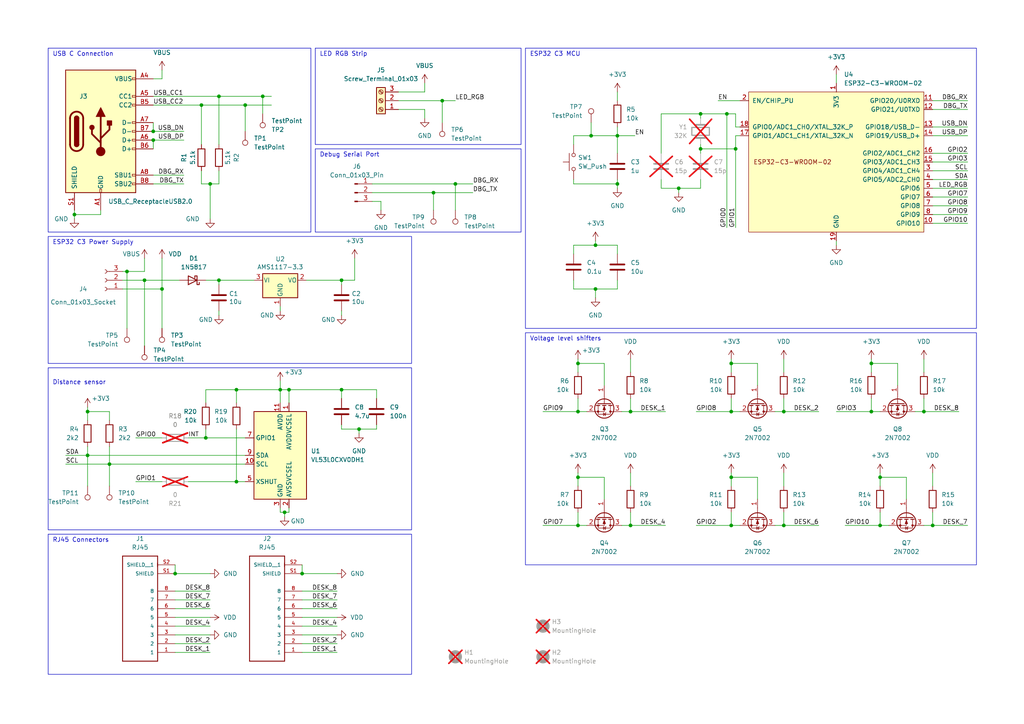
<source format=kicad_sch>
(kicad_sch (version 20231120) (generator "eeschema") (generator_version "8.0")
  (paper "A4")
  (title_block (title "(Risky) Upsy Desky") (date "2023-12-25") (rev "2") (company "Petr Hodina"))
  (junction (at 125.73 55.88))
  (junction (at 212.09 105.41))
  (junction (at 213.36 43.18))
  (junction (at 182.88 119.38))
  (junction (at 167.64 105.41))
  (junction (at 227.33 119.38))
  (junction (at 252.73 119.38))
  (junction (at 76.2 27.94))
  (junction (at 270.51 152.4))
  (junction (at 81.28 113.03))
  (junction (at 82.55 148.59))
  (junction (at 179.07 53.34))
  (junction (at 50.8 166.37))
  (junction (at 212.09 138.43))
  (junction (at 167.64 119.38))
  (junction (at 71.12 30.48))
  (junction (at 59.69 127))
  (junction (at 267.97 119.38))
  (junction (at 212.09 152.4))
  (junction (at 21.59 62.23))
  (junction (at 128.27 29.21))
  (junction (at 167.64 152.4))
  (junction (at 203.2 33.02))
  (junction (at 171.45 39.37))
  (junction (at 87.63 166.37))
  (junction (at 172.72 83.82))
  (junction (at 44.45 38.1))
  (junction (at 255.27 152.4))
  (junction (at 63.5 27.94))
  (junction (at 167.64 138.43))
  (junction (at 83.82 113.03))
  (junction (at 182.88 152.4))
  (junction (at 41.91 81.28))
  (junction (at 31.75 134.62))
  (junction (at 210.82 33.02))
  (junction (at 58.42 30.48))
  (junction (at 60.96 53.34))
  (junction (at 203.2 43.18))
  (junction (at 212.09 119.38))
  (junction (at 44.45 40.64))
  (junction (at 68.58 139.7))
  (junction (at 63.5 81.28))
  (junction (at 36.83 78.74))
  (junction (at 25.4 119.38))
  (junction (at 227.33 152.4))
  (junction (at 99.06 113.03))
  (junction (at 172.72 71.12))
  (junction (at 132.08 53.34))
  (junction (at 179.07 39.37))
  (junction (at 252.73 105.41))
  (junction (at 104.14 124.46))
  (junction (at 196.85 54.61))
  (junction (at 25.4 132.08))
  (junction (at 68.58 113.03))
  (junction (at 99.06 81.28))
  (junction (at 46.99 83.82))
  (junction (at 255.27 138.43))
  (wire (pts (xy 179.07 71.12) (xy 179.07 73.66)))
  (wire (pts (xy 270.51 152.4) (xy 280.67 152.4)))
  (wire (pts (xy 50.8 176.53) (xy 60.96 176.53)))
  (wire (pts (xy 76.2 27.94) (xy 76.2 33.02)))
  (wire (pts (xy 21.59 62.23) (xy 29.21 62.23)))
  (wire (pts (xy 182.88 152.4) (xy 193.04 152.4)))
  (wire (pts (xy 182.88 148.59) (xy 182.88 152.4)))
  (wire (pts (xy 179.07 83.82) (xy 172.72 83.82)))
  (wire (pts (xy 179.07 36.83) (xy 179.07 39.37)))
  (wire (pts (xy 213.36 43.18) (xy 213.36 66.04)))
  (wire (pts (xy 171.45 35.56) (xy 171.45 39.37)))
  (wire (pts (xy 115.57 31.75) (xy 123.19 31.75)))
  (wire (pts (xy 242.57 119.38) (xy 252.73 119.38)))
  (wire (pts (xy 212.09 115.57) (xy 212.09 119.38)))
  (wire (pts (xy 25.4 119.38) (xy 25.4 121.92)))
  (wire (pts (xy 128.27 29.21) (xy 128.27 35.56)))
  (wire (pts (xy 255.27 152.4) (xy 257.81 152.4)))
  (wire (pts (xy 252.73 105.41) (xy 260.35 105.41)))
  (wire (pts (xy 224.79 119.38) (xy 227.33 119.38)))
  (wire (pts (xy 260.35 105.41) (xy 260.35 111.76)))
  (wire (pts (xy 255.27 137.16) (xy 255.27 138.43)))
  (wire (pts (xy 213.36 36.83) (xy 213.36 33.02)))
  (wire (pts (xy 46.99 20.32) (xy 46.99 22.86)))
  (wire (pts (xy 172.72 71.12) (xy 166.37 71.12)))
  (wire (pts (xy 157.48 152.4) (xy 167.64 152.4)))
  (wire (pts (xy 227.33 104.14) (xy 227.33 107.95)))
  (wire (pts (xy 179.07 26.67) (xy 179.07 29.21)))
  (wire (pts (xy 44.45 30.48) (xy 58.42 30.48)))
  (wire (pts (xy 59.69 127) (xy 71.12 127)))
  (wire (pts (xy 270.51 54.61) (xy 280.67 54.61)))
  (wire (pts (xy 167.64 104.14) (xy 167.64 105.41)))
  (wire (pts (xy 50.8 163.83) (xy 50.8 166.37)))
  (wire (pts (xy 123.19 24.13) (xy 123.19 26.67)))
  (wire (pts (xy 172.72 83.82) (xy 172.72 86.36)))
  (wire (pts (xy 63.5 27.94) (xy 63.5 41.91)))
  (wire (pts (xy 252.73 119.38) (xy 255.27 119.38)))
  (wire (pts (xy 203.2 33.02) (xy 203.2 34.29)))
  (wire (pts (xy 99.06 81.28) (xy 102.87 81.28)))
  (wire (pts (xy 25.4 132.08) (xy 25.4 140.97)))
  (wire (pts (xy 270.51 44.45) (xy 280.67 44.45)))
  (wire (pts (xy 132.08 53.34) (xy 132.08 60.96)))
  (wire (pts (xy 46.99 74.93) (xy 46.99 83.82)))
  (wire (pts (xy 87.63 179.07) (xy 97.79 179.07)))
  (wire (pts (xy 71.12 30.48) (xy 71.12 38.1)))
  (wire (pts (xy 167.64 138.43) (xy 175.26 138.43)))
  (wire (pts (xy 115.57 29.21) (xy 128.27 29.21)))
  (wire (pts (xy 175.26 105.41) (xy 175.26 111.76)))
  (wire (pts (xy 255.27 138.43) (xy 262.89 138.43)))
  (wire (pts (xy 19.05 132.08) (xy 25.4 132.08)))
  (wire (pts (xy 71.12 30.48) (xy 78.74 30.48)))
  (wire (pts (xy 262.89 138.43) (xy 262.89 144.78)))
  (wire (pts (xy 252.73 104.14) (xy 252.73 105.41)))
  (wire (pts (xy 179.07 52.07) (xy 179.07 53.34)))
  (wire (pts (xy 227.33 119.38) (xy 237.49 119.38)))
  (wire (pts (xy 81.28 116.84) (xy 81.28 113.03)))
  (wire (pts (xy 270.51 29.21) (xy 280.67 29.21)))
  (wire (pts (xy 179.07 53.34) (xy 166.37 53.34)))
  (wire (pts (xy 81.28 110.49) (xy 81.28 113.03)))
  (wire (pts (xy 99.06 113.03) (xy 109.22 113.03)))
  (wire (pts (xy 35.56 81.28) (xy 41.91 81.28)))
  (wire (pts (xy 167.64 138.43) (xy 167.64 140.97)))
  (wire (pts (xy 212.09 138.43) (xy 219.71 138.43)))
  (wire (pts (xy 31.75 134.62) (xy 31.75 140.97)))
  (wire (pts (xy 128.27 29.21) (xy 132.08 29.21)))
  (wire (pts (xy 270.51 64.77) (xy 280.67 64.77)))
  (wire (pts (xy 99.06 82.55) (xy 99.06 81.28)))
  (wire (pts (xy 196.85 54.61) (xy 196.85 55.88)))
  (wire (pts (xy 63.5 90.17) (xy 63.5 91.44)))
  (wire (pts (xy 50.8 184.15) (xy 60.96 184.15)))
  (wire (pts (xy 203.2 52.07) (xy 203.2 54.61)))
  (wire (pts (xy 180.34 119.38) (xy 182.88 119.38)))
  (wire (pts (xy 203.2 43.18) (xy 213.36 43.18)))
  (wire (pts (xy 50.8 186.69) (xy 60.96 186.69)))
  (wire (pts (xy 25.4 132.08) (xy 71.12 132.08)))
  (wire (pts (xy 63.5 27.94) (xy 76.2 27.94)))
  (wire (pts (xy 224.79 152.4) (xy 227.33 152.4)))
  (wire (pts (xy 88.9 81.28) (xy 99.06 81.28)))
  (wire (pts (xy 270.51 137.16) (xy 270.51 140.97)))
  (wire (pts (xy 123.19 31.75) (xy 123.19 34.29)))
  (wire (pts (xy 83.82 113.03) (xy 99.06 113.03)))
  (wire (pts (xy 182.88 137.16) (xy 182.88 140.97)))
  (wire (pts (xy 203.2 41.91) (xy 203.2 43.18)))
  (wire (pts (xy 182.88 115.57) (xy 182.88 119.38)))
  (wire (pts (xy 167.64 152.4) (xy 170.18 152.4)))
  (wire (pts (xy 35.56 83.82) (xy 46.99 83.82)))
  (wire (pts (xy 270.51 49.53) (xy 280.67 49.53)))
  (wire (pts (xy 270.51 57.15) (xy 280.67 57.15)))
  (wire (pts (xy 167.64 105.41) (xy 167.64 107.95)))
  (wire (pts (xy 44.45 53.34) (xy 53.34 53.34)))
  (wire (pts (xy 242.57 21.59) (xy 242.57 24.13)))
  (wire (pts (xy 166.37 83.82) (xy 166.37 81.28)))
  (wire (pts (xy 50.8 181.61) (xy 60.96 181.61)))
  (wire (pts (xy 54.61 127) (xy 59.69 127)))
  (wire (pts (xy 267.97 119.38) (xy 278.13 119.38)))
  (wire (pts (xy 179.07 39.37) (xy 179.07 44.45)))
  (wire (pts (xy 39.37 127) (xy 46.99 127)))
  (wire (pts (xy 21.59 62.23) (xy 21.59 63.5)))
  (wire (pts (xy 58.42 30.48) (xy 71.12 30.48)))
  (wire (pts (xy 172.72 71.12) (xy 179.07 71.12)))
  (wire (pts (xy 59.69 113.03) (xy 68.58 113.03)))
  (wire (pts (xy 36.83 78.74) (xy 36.83 95.25)))
  (wire (pts (xy 46.99 83.82) (xy 46.99 95.25)))
  (wire (pts (xy 81.28 148.59) (xy 82.55 148.59)))
  (wire (pts (xy 166.37 53.34) (xy 166.37 52.07)))
  (wire (pts (xy 87.63 189.23) (xy 97.79 189.23)))
  (wire (pts (xy 267.97 104.14) (xy 267.97 107.95)))
  (wire (pts (xy 44.45 35.56) (xy 44.45 38.1)))
  (wire (pts (xy 214.63 36.83) (xy 213.36 36.83)))
  (wire (pts (xy 81.28 113.03) (xy 83.82 113.03)))
  (wire (pts (xy 203.2 33.02) (xy 191.77 33.02)))
  (wire (pts (xy 212.09 152.4) (xy 214.63 152.4)))
  (wire (pts (xy 245.11 152.4) (xy 255.27 152.4)))
  (wire (pts (xy 82.55 148.59) (xy 83.82 148.59)))
  (wire (pts (xy 182.88 119.38) (xy 193.04 119.38)))
  (wire (pts (xy 252.73 105.41) (xy 252.73 107.95)))
  (wire (pts (xy 99.06 113.03) (xy 99.06 115.57)))
  (wire (pts (xy 25.4 129.54) (xy 25.4 132.08)))
  (wire (pts (xy 58.42 53.34) (xy 60.96 53.34)))
  (wire (pts (xy 166.37 41.91) (xy 166.37 39.37)))
  (wire (pts (xy 19.05 134.62) (xy 31.75 134.62)))
  (wire (pts (xy 201.93 152.4) (xy 212.09 152.4)))
  (wire (pts (xy 87.63 173.99) (xy 97.79 173.99)))
  (wire (pts (xy 166.37 39.37) (xy 171.45 39.37)))
  (wire (pts (xy 270.51 39.37) (xy 280.67 39.37)))
  (wire (pts (xy 203.2 43.18) (xy 203.2 44.45)))
  (wire (pts (xy 182.88 104.14) (xy 182.88 107.95)))
  (wire (pts (xy 172.72 69.85) (xy 172.72 71.12)))
  (wire (pts (xy 31.75 129.54) (xy 31.75 134.62)))
  (wire (pts (xy 44.45 22.86) (xy 46.99 22.86)))
  (wire (pts (xy 107.95 53.34) (xy 132.08 53.34)))
  (wire (pts (xy 50.8 173.99) (xy 60.96 173.99)))
  (wire (pts (xy 99.06 90.17) (xy 99.06 91.44)))
  (wire (pts (xy 50.8 179.07) (xy 60.96 179.07)))
  (wire (pts (xy 25.4 119.38) (xy 31.75 119.38)))
  (wire (pts (xy 25.4 118.11) (xy 25.4 119.38)))
  (wire (pts (xy 252.73 115.57) (xy 252.73 119.38)))
  (wire (pts (xy 31.75 134.62) (xy 71.12 134.62)))
  (wire (pts (xy 110.49 58.42) (xy 110.49 60.96)))
  (wire (pts (xy 125.73 55.88) (xy 125.73 60.96)))
  (wire (pts (xy 270.51 148.59) (xy 270.51 152.4)))
  (wire (pts (xy 29.21 60.96) (xy 29.21 62.23)))
  (wire (pts (xy 104.14 124.46) (xy 109.22 124.46)))
  (wire (pts (xy 36.83 78.74) (xy 41.91 78.74)))
  (wire (pts (xy 63.5 49.53) (xy 63.5 53.34)))
  (wire (pts (xy 125.73 55.88) (xy 137.16 55.88)))
  (wire (pts (xy 203.2 33.02) (xy 210.82 33.02)))
  (wire (pts (xy 59.69 81.28) (xy 63.5 81.28)))
  (wire (pts (xy 167.64 148.59) (xy 167.64 152.4)))
  (wire (pts (xy 87.63 166.37) (xy 97.79 166.37)))
  (wire (pts (xy 41.91 81.28) (xy 41.91 100.33)))
  (wire (pts (xy 44.45 40.64) (xy 53.34 40.64)))
  (wire (pts (xy 109.22 113.03) (xy 109.22 115.57)))
  (wire (pts (xy 54.61 139.7) (xy 68.58 139.7)))
  (wire (pts (xy 212.09 137.16) (xy 212.09 138.43)))
  (wire (pts (xy 227.33 115.57) (xy 227.33 119.38)))
  (wire (pts (xy 81.28 147.32) (xy 81.28 148.59)))
  (wire (pts (xy 212.09 119.38) (xy 214.63 119.38)))
  (wire (pts (xy 50.8 166.37) (xy 60.96 166.37)))
  (wire (pts (xy 44.45 50.8) (xy 53.34 50.8)))
  (wire (pts (xy 83.82 147.32) (xy 83.82 148.59)))
  (wire (pts (xy 210.82 33.02) (xy 210.82 66.04)))
  (wire (pts (xy 21.59 60.96) (xy 21.59 62.23)))
  (wire (pts (xy 41.91 74.93) (xy 41.91 78.74)))
  (wire (pts (xy 212.09 138.43) (xy 212.09 140.97)))
  (wire (pts (xy 212.09 148.59) (xy 212.09 152.4)))
  (wire (pts (xy 191.77 52.07) (xy 191.77 54.61)))
  (wire (pts (xy 68.58 124.46) (xy 68.58 139.7)))
  (wire (pts (xy 166.37 71.12) (xy 166.37 73.66)))
  (wire (pts (xy 87.63 171.45) (xy 97.79 171.45)))
  (wire (pts (xy 179.07 53.34) (xy 179.07 54.61)))
  (wire (pts (xy 109.22 124.46) (xy 109.22 123.19)))
  (wire (pts (xy 227.33 137.16) (xy 227.33 140.97)))
  (wire (pts (xy 87.63 181.61) (xy 97.79 181.61)))
  (wire (pts (xy 227.33 148.59) (xy 227.33 152.4)))
  (wire (pts (xy 167.64 137.16) (xy 167.64 138.43)))
  (wire (pts (xy 59.69 116.84) (xy 59.69 113.03)))
  (wire (pts (xy 270.51 31.75) (xy 280.67 31.75)))
  (wire (pts (xy 99.06 123.19) (xy 99.06 124.46)))
  (wire (pts (xy 213.36 43.18) (xy 213.36 39.37)))
  (wire (pts (xy 41.91 81.28) (xy 52.07 81.28)))
  (wire (pts (xy 179.07 39.37) (xy 184.15 39.37)))
  (wire (pts (xy 115.57 26.67) (xy 123.19 26.67)))
  (wire (pts (xy 157.48 119.38) (xy 167.64 119.38)))
  (wire (pts (xy 212.09 105.41) (xy 212.09 107.95)))
  (wire (pts (xy 60.96 53.34) (xy 63.5 53.34)))
  (wire (pts (xy 201.93 119.38) (xy 212.09 119.38)))
  (wire (pts (xy 213.36 39.37) (xy 214.63 39.37)))
  (wire (pts (xy 219.71 105.41) (xy 219.71 111.76)))
  (wire (pts (xy 265.43 119.38) (xy 267.97 119.38)))
  (wire (pts (xy 270.51 36.83) (xy 280.67 36.83)))
  (wire (pts (xy 50.8 171.45) (xy 60.96 171.45)))
  (wire (pts (xy 71.12 139.7) (xy 68.58 139.7)))
  (wire (pts (xy 270.51 52.07) (xy 280.67 52.07)))
  (wire (pts (xy 219.71 138.43) (xy 219.71 144.78)))
  (wire (pts (xy 104.14 124.46) (xy 104.14 125.73)))
  (wire (pts (xy 255.27 148.59) (xy 255.27 152.4)))
  (wire (pts (xy 191.77 54.61) (xy 196.85 54.61)))
  (wire (pts (xy 167.64 105.41) (xy 175.26 105.41)))
  (wire (pts (xy 87.63 186.69) (xy 97.79 186.69)))
  (wire (pts (xy 267.97 152.4) (xy 270.51 152.4)))
  (wire (pts (xy 175.26 138.43) (xy 175.26 144.78)))
  (wire (pts (xy 212.09 104.14) (xy 212.09 105.41)))
  (wire (pts (xy 107.95 55.88) (xy 125.73 55.88)))
  (wire (pts (xy 99.06 124.46) (xy 104.14 124.46)))
  (wire (pts (xy 58.42 41.91) (xy 58.42 30.48)))
  (wire (pts (xy 73.66 81.28) (xy 63.5 81.28)))
  (wire (pts (xy 270.51 46.99) (xy 280.67 46.99)))
  (wire (pts (xy 87.63 176.53) (xy 97.79 176.53)))
  (wire (pts (xy 191.77 33.02) (xy 191.77 44.45)))
  (wire (pts (xy 68.58 113.03) (xy 68.58 116.84)))
  (wire (pts (xy 132.08 53.34) (xy 137.16 53.34)))
  (wire (pts (xy 180.34 152.4) (xy 182.88 152.4)))
  (wire (pts (xy 35.56 78.74) (xy 36.83 78.74)))
  (wire (pts (xy 270.51 59.69) (xy 280.67 59.69)))
  (wire (pts (xy 242.57 69.85) (xy 242.57 71.12)))
  (wire (pts (xy 82.55 148.59) (xy 82.55 149.86)))
  (wire (pts (xy 167.64 115.57) (xy 167.64 119.38)))
  (wire (pts (xy 60.96 53.34) (xy 60.96 63.5)))
  (wire (pts (xy 59.69 124.46) (xy 59.69 127)))
  (wire (pts (xy 87.63 163.83) (xy 87.63 166.37)))
  (wire (pts (xy 39.37 139.7) (xy 46.99 139.7)))
  (wire (pts (xy 44.45 27.94) (xy 63.5 27.94)))
  (wire (pts (xy 58.42 49.53) (xy 58.42 53.34)))
  (wire (pts (xy 167.64 119.38) (xy 170.18 119.38)))
  (wire (pts (xy 44.45 40.64) (xy 44.45 43.18)))
  (wire (pts (xy 255.27 138.43) (xy 255.27 140.97)))
  (wire (pts (xy 172.72 83.82) (xy 166.37 83.82)))
  (wire (pts (xy 107.95 58.42) (xy 110.49 58.42)))
  (wire (pts (xy 208.28 29.21) (xy 214.63 29.21)))
  (wire (pts (xy 68.58 113.03) (xy 81.28 113.03)))
  (wire (pts (xy 179.07 81.28) (xy 179.07 83.82)))
  (wire (pts (xy 81.28 88.9) (xy 81.28 90.17)))
  (wire (pts (xy 44.45 38.1) (xy 53.34 38.1)))
  (wire (pts (xy 76.2 27.94) (xy 78.74 27.94)))
  (wire (pts (xy 212.09 105.41) (xy 219.71 105.41)))
  (wire (pts (xy 227.33 152.4) (xy 237.49 152.4)))
  (wire (pts (xy 87.63 184.15) (xy 97.79 184.15)))
  (wire (pts (xy 50.8 189.23) (xy 60.96 189.23)))
  (wire (pts (xy 102.87 81.28) (xy 102.87 74.93)))
  (wire (pts (xy 63.5 82.55) (xy 63.5 81.28)))
  (wire (pts (xy 31.75 119.38) (xy 31.75 121.92)))
  (wire (pts (xy 83.82 113.03) (xy 83.82 116.84)))
  (wire (pts (xy 196.85 54.61) (xy 203.2 54.61)))
  (wire (pts (xy 270.51 62.23) (xy 280.67 62.23)))
  (wire (pts (xy 267.97 115.57) (xy 267.97 119.38)))
  (wire (pts (xy 171.45 39.37) (xy 179.07 39.37)))
  (wire (pts (xy 210.82 33.02) (xy 213.36 33.02)))
  (rectangle (start 91.44 13.97) (end 151.13 41.91))
  (rectangle (start 13.97 106.68) (end 119.38 153.67))
  (rectangle (start 152.4 13.97) (end 283.21 95.25))
  (rectangle (start 91.44 43.18) (end 151.13 67.31))
  (rectangle (start 13.97 68.58) (end 119.38 105.41))
  (rectangle (start 152.4 96.52) (end 283.21 163.83))
  (rectangle (start 13.97 154.94) (end 119.38 195.58))
  (rectangle (start 13.97 13.97) (end 90.17 67.31))
  (text "ESP32 C3 MCU" (at 153.67 16.51 0) (effects (font (size 1.27 1.27)) (justify left bottom)))
  (text "Debug Serial Port" (at 92.71 45.72 0) (effects (font (size 1.27 1.27)) (justify left bottom)))
  (text "RJ45 Connectors" (at 15.24 157.48 0) (effects (font (size 1.27 1.27)) (justify left bottom)))
  (text "USB C Connection" (at 15.24 16.51 0) (effects (font (size 1.27 1.27)) (justify left bottom)))
  (text "LED RGB Strip" (at 92.71 16.51 0) (effects (font (size 1.27 1.27)) (justify left bottom)))
  (text "Distance sensor" (at 15.24 111.76 0) (effects (font (size 1.27 1.27)) (justify left bottom)))
  (text "Voltage level shifters" (at 153.67 99.06 0) (effects (font (size 1.27 1.27)) (justify left bottom)))
  (text "ESP32 C3 Power Supply" (at 15.24 71.12 0) (effects (font (size 1.27 1.27)) (justify left bottom)))
  (label "GPIO1" (at 39.37 139.7 0))
  (label "GPIO8" (at 280.67 59.69 180))
  (label "GPIO7" (at 280.67 57.15 180))
  (label "USB_CC1" (at 44.45 27.94 0))
  (label "USB_DN" (at 280.67 36.83 180))
  (label "DESK_7" (at 97.79 173.99 180))
  (label "INT" (at 54.61 127 0))
  (label "DESK_8" (at 278.13 119.38 180))
  (label "GPIO1" (at 213.36 66.04 90))
  (label "DESK_1" (at 97.79 189.23 180))
  (label "DBG_RX" (at 137.16 53.34 0))
  (label "DESK_6" (at 97.79 176.53 180))
  (label "SDA" (at 19.05 132.08 0))
  (label "USB_CC2" (at 44.45 30.48 0))
  (label "DESK_4" (at 97.79 181.61 180))
  (label "GPIO2" (at 280.67 44.45 180))
  (label "DBG_TX" (at 280.67 31.75 180))
  (label "SDA" (at 280.67 52.07 180))
  (label "GPIO7" (at 157.48 152.4 0))
  (label "GPIO2" (at 201.93 152.4 0))
  (label "DBG_RX" (at 280.67 29.21 180))
  (label "GPIO0" (at 210.82 66.04 90))
  (label "GPIO0" (at 39.37 127 0))
  (label "USB_DP" (at 53.34 40.64 180))
  (label "DESK_2" (at 60.96 186.69 180))
  (label "EN" (at 208.28 29.21 0))
  (label "GPIO10" (at 245.11 152.4 0))
  (label "DESK_4" (at 60.96 181.61 180))
  (label "GPIO9" (at 280.67 62.23 180))
  (label "LED_RGB" (at 132.08 29.21 0))
  (label "DESK_2" (at 97.79 186.69 180))
  (label "LED_RGB" (at 280.67 54.61 180))
  (label "USB_DP" (at 280.67 39.37 180))
  (label "GPIO3" (at 280.67 46.99 180))
  (label "USB_DN" (at 53.34 38.1 180))
  (label "GPIO3" (at 242.57 119.38 0))
  (label "DESK_6" (at 60.96 176.53 180))
  (label "DESK_8" (at 60.96 171.45 180))
  (label "DESK_6" (at 237.49 152.4 180))
  (label "SCL" (at 19.05 134.62 0))
  (label "GPIO10" (at 280.67 64.77 180))
  (label "GPIO8" (at 201.93 119.38 0))
  (label "DBG_TX" (at 137.16 55.88 0))
  (label "SCL" (at 280.67 49.53 180))
  (label "DESK_1" (at 193.04 119.38 180))
  (label "DESK_2" (at 237.49 119.38 180))
  (label "DESK_4" (at 193.04 152.4 180))
  (label "GPIO9" (at 157.48 119.38 0))
  (label "DESK_8" (at 97.79 171.45 180))
  (label "DBG_TX" (at 53.34 53.34 180))
  (label "EN" (at 184.15 39.37 0))
  (label "DESK_7" (at 280.67 152.4 180))
  (label "DESK_7" (at 60.96 173.99 180))
  (label "DESK_1" (at 60.96 189.23 180))
  (label "DBG_RX" (at 53.34 50.8 180))
  (symbol (lib_id "power:+3V3") (at 167.64 104.14 0) (unit 1)
    (property "Reference" "#PWR03" (effects (hide yes)))
    (property "Value" "+3V3" (at 171.45 101.6 0))
  )
  (symbol (lib_id "Connector:TestPoint") (at 132.08 60.96 180) (unit 1)
    (property "Reference" "TP8" (at 134.62 62.992 0) (effects (justify right)))
    (property "Value" "TestPoint" (at 134.62 65.532 0) (effects (justify right)))
    (property "Footprint" "TestPoint:TestPoint_Pad_D1.0mm" (effects (hide yes)))
  )
  (symbol (lib_id "Device:R") (at 252.73 111.76 180) (unit 1)
    (property "Reference" "R16" (at 250.19 110.4899 0) (effects (justify left)))
    (property "Value" "10k" (at 250.19 113.0299 0) (effects (justify left)))
    (property "Footprint" "Resistor_SMD:R_0402_1005Metric" (effects (hide yes)))
    (property "Datasheet" "https://www.yageo.com/upload/media/product/products/datasheet/rchip/PYu-RC_Group_51_RoHS_L_12.pdf" (effects (hide yes)))
    (property "LCSC" "C25744" (effects (hide yes)))
    (property "Checked" "Y" (effects (hide yes)))
    (property "Comment" "Any 5V or higher rated resistor will work fine" (effects (hide yes)))
    (property "Package" "0402" (effects (hide yes)))
    (property "MPN" "RC0402JR-1310KL" (effects (hide yes)))
    (property "DigiKey" "13-RC0402JR-1310KLTR-ND" (effects (hide yes)))
    (property "MANUFACTURER" "YAGEO" (effects (hide yes)))
  )
  (symbol (lib_id "Transistor_FET:BSS138") (at 219.71 116.84 270) (unit 1)
    (property "Reference" "Q5" (at 219.71 124.46 90))
    (property "Value" "2N7002" (at 219.71 127 90))
    (property "Footprint" "Package_TO_SOT_SMD:SOT-23" (effects (hide yes)))
    (property "Datasheet" "https://www.onsemi.com/pub/Collateral/BSS138-D.PDF" (effects (hide yes)))
    (property "LCSC" "C8545" (effects (hide yes)))
    (property "Checked" "Y" (effects (hide yes)))
    (property "MPN" "2N7002" (effects (hide yes)))
    (property "Package" "SOT-23" (effects (hide yes)))
    (property "DigiKey" "2N7002NTR-ND" (effects (hide yes)))
    (property "MANUFACTURER" "Onsemi" (effects (hide yes)))
  )
  (symbol (lib_name "VBUS_2") (lib_id "power:VBUS") (at 41.91 74.93 0) (unit 1)
    (property "Reference" "#PWR07" (effects (hide yes)))
    (property "Value" "VBUS" (at 38.1 73.66 0))
  )
  (symbol (lib_id "Connector:Conn_01x03_Pin") (at 102.87 55.88 0) (unit 1)
    (property "Reference" "J6" (at 103.505 48.26 0))
    (property "Value" "Conn_01x03_Pin" (at 103.505 50.8 0))
    (property "Footprint" "Connector_JST:JST_EH_B3B-EH-A_1x03_P2.50mm_Vertical" (effects (hide yes)))
    (property "Datasheet" "https://www.jst-mfg.com/product/pdf/eng/eEH.pdf" (effects (hide yes)))
    (property "MPN" "B3B-EH-A" (effects (hide yes)))
    (property "DigiKey" "455-B3B-EH-A-ND" (effects (hide yes)))
    (property "MANUFACTURER" "JST Sales America Inc" (effects (hide yes)))
  )
  (symbol (lib_id "Device:R") (at 50.8 139.7 270) (mirror x) (unit 1) (dnp yes)
    (property "Reference" "R21" (at 50.8 146.05 90))
    (property "Value" "0" (at 50.8 143.51 90))
    (property "Footprint" "Resistor_SMD:R_0402_1005Metric" (effects (hide yes)))
  )
  (symbol (lib_id "Connector:USB_C_Receptacle_USB2.0") (at 29.21 38.1 0) (unit 1)
    (property "Reference" "J3" (at 25.4 27.94 0) (effects (justify right)))
    (property "Value" "USB_C_ReceptacleUSB2.0" (at 55.88 58.42 0) (effects (justify right)))
    (property "Footprint" "Connector_USB:USB_C_Receptacle_Palconn_UTC16-G" (effects (hide yes)))
    (property "Datasheet" "https://www.usb.org/sites/default/files/documents/usb_type-c.zip" (effects (hide yes)))
    (property "LCSC" "C165948" (effects (hide yes)))
    (property "Checked" "Y" (effects (hide yes)))
    (property "MPN" "TYPE-C-31-M-12" (effects (hide yes)))
  )
  (symbol (lib_id "power:GND") (at 179.07 54.61 0) (unit 1)
    (property "Reference" "#PWR011" (effects (hide yes)))
    (property "Value" "GND" (at 179.07 59.69 0))
  )
  (symbol (lib_id "Device:R") (at 270.51 144.78 180) (unit 1)
    (property "Reference" "R15" (at 273.05 143.5099 0) (effects (justify right)))
    (property "Value" "10k" (at 273.05 146.0499 0) (effects (justify right)))
    (property "Footprint" "Resistor_SMD:R_0402_1005Metric" (effects (hide yes)))
    (property "Datasheet" "https://www.yageo.com/upload/media/product/products/datasheet/rchip/PYu-RC_Group_51_RoHS_L_12.pdf" (effects (hide yes)))
    (property "LCSC" "C25744" (effects (hide yes)))
    (property "Checked" "Y" (effects (hide yes)))
    (property "Comment" "Any 5V or higher rated resistor will work fine" (effects (hide yes)))
    (property "Package" "0402" (effects (hide yes)))
    (property "MPN" "RC0402JR-1310KL" (effects (hide yes)))
    (property "DigiKey" "13-RC0402JR-1310KLTR-ND" (effects (hide yes)))
    (property "MANUFACTURER" "YAGEO" (effects (hide yes)))
  )
  (symbol (lib_id "Regulator_Linear:NCP1117-3.3_SOT223") (at 81.28 81.28 0) (unit 1)
    (property "Reference" "U2" (at 81.28 75.1332 0))
    (property "Value" "AMS1117-3.3" (at 81.28 77.4446 0))
    (property "Footprint" "Package_TO_SOT_SMD:SOT-223-3_TabPin2" (effects (hide yes)))
    (property "Datasheet" "http://www.onsemi.com/pub_link/Collateral/NCP1117-D.PDF" (effects (hide yes)))
    (property "LCSC" "C6186" (effects (hide yes)))
    (property "Checked" "Y" (effects (hide yes)))
    (property "MPN" "AMS1117-3.3" (effects (hide yes)))
    (property "Package" "SOT-223" (effects (hide yes)))
    (property "DigiKey" "4518-AMS1117-3.3TR-ND" (effects (hide yes)))
    (property "MANUFACTURER" "Onsemi / AMS / UMW" (effects (hide yes)))
  )
  (symbol (lib_id "Mechanical:MountingHole") (at 157.48 190.5 0) (unit 1) (dnp yes)
    (property "Reference" "H2" (at 160.02 189.23 0) (effects (justify left)))
    (property "Value" "MountingHole" (at 160.02 191.77 0) (effects (justify left)))
    (property "Footprint" "MountingHole:MountingHole_2.2mm_M2_Pad" (effects (hide yes)))
  )
  (symbol (lib_id "power:VDD") (at 227.33 137.16 0) (unit 1)
    (property "Reference" "#PWR028" (effects (hide yes)))
    (property "Value" "VDD" (at 227.33 132.08 0))
  )
  (symbol (lib_id "power:GND") (at 60.96 184.15 90) (unit 1)
    (property "Reference" "#PWR0105" (effects (hide yes)))
    (property "Value" "GND" (at 64.77 184.1499 90) (effects (justify right)))
  )
  (symbol (lib_id "Connector:TestPoint") (at 36.83 95.25 0) (mirror x) (unit 1)
    (property "Reference" "TP5" (at 34.29 97.282 0) (effects (justify right)))
    (property "Value" "TestPoint" (at 34.29 99.822 0) (effects (justify right)))
    (property "Footprint" "TestPoint:TestPoint_Pad_D1.0mm" (effects (hide yes)))
  )
  (symbol (lib_id "power:+3V3") (at 252.73 104.14 0) (unit 1)
    (property "Reference" "#PWR027" (effects (hide yes)))
    (property "Value" "+3V3" (at 252.73 99.06 0))
  )
  (symbol (lib_id "A-2004-2-4-LPS-N-R:A-2004-2-4-LPS-N-R") (at 40.64 179.07 180) (unit 1)
    (property "Reference" "J1" (at 40.64 156.21 0))
    (property "Value" "RJ45" (at 40.64 158.75 0))
    (property "Footprint" "Connector_RJ:RJ45_Amphenol_54602-x08_Horizontal" (effects (hide yes)))
    (property "Datasheet" "https://cdn.amphenol-cs.com/media/wysiwyg/files/documentation/gs-12-083.pdf" (effects (hide yes)))
    (property "MANUFACTURER" "Amphenol ICC (FCI)" (effects (hide yes)))
    (property "STANDARD" "Manufacturer recommendations" (effects (hide yes)))
    (property "MAXIMUM_PACKAGE_HEIGHT" "13.4mm" (effects (hide yes)))
    (property "PARTREV" "00" (effects (hide yes)))
    (property "Purchase" "https://www.digikey.com/en/products/detail/amphenol-cs-fci/54601-708LF/7589419" (effects (hide yes)))
    (property "MPN" "54601-708LF" (effects (hide yes)))
    (property "LCSC" "C708595" (effects (hide yes)))
    (property "DigiKey" "54601-708LF-ND" (effects (hide yes)))
  )
  (symbol (lib_id "power:VDD") (at 267.97 104.14 0) (unit 1)
    (property "Reference" "#PWR024" (effects (hide yes)))
    (property "Value" "VDD" (at 267.97 99.06 0))
  )
  (symbol (lib_id "power:GND") (at 99.06 91.44 0) (unit 1)
    (property "Reference" "#PWR09" (effects (hide yes)))
    (property "Value" "GND" (at 95.25 92.71 0))
  )
  (symbol (lib_id "Device:R") (at 31.75 125.73 0) (unit 1)
    (property "Reference" "R3" (at 34.29 124.46 0) (effects (justify left)))
    (property "Value" "2k2" (at 34.29 127 0) (effects (justify left)))
    (property "Footprint" "Resistor_SMD:R_0402_1005Metric" (effects (hide yes)))
    (property "Datasheet" "https://www.yageo.com/upload/media/product/products/datasheet/rchip/PYu-RC_Group_51_RoHS_L_12.pdf" (effects (hide yes)))
    (property "DigiKey" "311-2.20KLRTR-ND" (effects (hide yes)))
    (property "MANUFACTURER" "YAGEO" (effects (hide yes)))
    (property "MPN" "RC0402FR-072K2L" (effects (hide yes)))
  )
  (symbol (lib_id "Connector:Screw_Terminal_01x03") (at 110.49 29.21 180) (unit 1)
    (property "Reference" "J5" (at 110.49 20.32 0))
    (property "Value" "Screw_Terminal_01x03" (at 110.49 22.86 0))
    (property "Footprint" "TerminalBlock:TerminalBlock_Altech_AK300-3_P5.00mm" (effects (hide yes)))
    (property "Datasheet" "https://www.altechcorp.com/PDFS/PCBMETRC.PDF" (effects (hide yes)))
    (property "MPN" "30-003" (effects (hide yes)))
    (property "DigiKey" "1920-30.003-ND" (effects (hide yes)))
    (property "MANUFACTURER" "Altech" (effects (hide yes)))
  )
  (symbol (lib_id "power:GND") (at 21.59 63.5 0) (unit 1)
    (property "Reference" "#PWR02" (effects (hide yes)))
    (property "Value" "GND" (at 17.78 63.5 0))
  )
  (symbol (lib_id "power:GND") (at 97.79 184.15 90) (unit 1)
    (property "Reference" "#PWR0106" (effects (hide yes)))
    (property "Value" "GND" (at 101.6 184.1499 90) (effects (justify right)))
  )
  (symbol (lib_id "Connector:TestPoint") (at 31.75 140.97 180) (unit 1)
    (property "Reference" "TP10" (at 34.29 143.002 0) (effects (justify right)))
    (property "Value" "TestPoint" (at 34.29 145.542 0) (effects (justify right)))
    (property "Footprint" "TestPoint:TestPoint_Pad_D1.0mm" (effects (hide yes)))
  )
  (symbol (lib_id "Device:R") (at 68.58 120.65 0) (unit 1)
    (property "Reference" "R19" (at 66.04 119.38 0) (effects (justify right)))
    (property "Value" "10k" (at 66.04 121.92 0) (effects (justify right)))
    (property "Footprint" "Resistor_SMD:R_0402_1005Metric" (effects (hide yes)))
    (property "Datasheet" "https://www.yageo.com/upload/media/product/products/datasheet/rchip/PYu-RC_Group_51_RoHS_L_12.pdf" (effects (hide yes)))
    (property "DigiKey" "13-RC0402JR-1310KLTR-ND" (effects (hide yes)))
    (property "MANUFACTURER" "YAGEO" (effects (hide yes)))
    (property "MPN" "RC0402JR-1310KL" (effects (hide yes)))
  )
  (symbol (lib_id "power:GND") (at 81.28 90.17 0) (unit 1)
    (property "Reference" "#PWR08" (effects (hide yes)))
    (property "Value" "GND" (at 77.47 91.44 0))
  )
  (symbol (lib_id "Connector:TestPoint") (at 125.73 60.96 0) (mirror x) (unit 1)
    (property "Reference" "TP9" (at 123.19 62.992 0) (effects (justify right)))
    (property "Value" "TestPoint" (at 123.19 65.532 0) (effects (justify right)))
    (property "Footprint" "TestPoint:TestPoint_Pad_D1.0mm" (effects (hide yes)))
  )
  (symbol (lib_id "Connector:TestPoint") (at 46.99 95.25 180) (unit 1)
    (property "Reference" "TP3" (at 49.53 97.282 0) (effects (justify right)))
    (property "Value" "TestPoint" (at 49.53 99.822 0) (effects (justify right)))
    (property "Footprint" "TestPoint:TestPoint_Pad_D1.0mm" (effects (hide yes)))
  )
  (symbol (lib_id "Connector:TestPoint") (at 76.2 33.02 180) (unit 1)
    (property "Reference" "TP2" (at 78.74 37.592 0) (effects (justify right)))
    (property "Value" "TestPoint" (at 78.74 35.052 0) (effects (justify right)))
    (property "Footprint" "TestPoint:TestPoint_Pad_D1.0mm" (effects (hide yes)))
  )
  (symbol (lib_id "power:VBUS") (at 46.99 20.32 0) (unit 1)
    (property "Reference" "#PWR0101" (effects (hide yes)))
    (property "Value" "VBUS" (at 46.99 15.24 0))
  )
  (symbol (lib_id "Device:R") (at 179.07 33.02 180) (unit 1)
    (property "Reference" "R5" (at 181.61 31.7499 0) (effects (justify right)))
    (property "Value" "10k" (at 181.61 34.2899 0) (effects (justify right)))
    (property "Footprint" "Resistor_SMD:R_0402_1005Metric" (effects (hide yes)))
    (property "Datasheet" "https://www.yageo.com/upload/media/product/products/datasheet/rchip/PYu-RC_Group_51_RoHS_L_12.pdf" (effects (hide yes)))
    (property "LCSC" "C25744" (effects (hide yes)))
    (property "Checked" "Y" (effects (hide yes)))
    (property "Comment" "Any 5V or higher rated resistor will work fine" (effects (hide yes)))
    (property "Package" "0402" (effects (hide yes)))
    (property "MPN" "RC0402JR-1310KL" (effects (hide yes)))
    (property "DigiKey" "13-RC0402JR-1310KLTR-ND" (effects (hide yes)))
    (property "MANUFACTURER" "YAGEO" (effects (hide yes)))
  )
  (symbol (lib_id "Connector:TestPoint") (at 171.45 35.56 0) (unit 1)
    (property "Reference" "TP7" (at 168.91 30.988 0) (effects (justify right)))
    (property "Value" "TestPoint" (at 168.91 33.528 0) (effects (justify right)))
    (property "Footprint" "TestPoint:TestPoint_Pad_D1.0mm" (effects (hide yes)))
  )
  (symbol (lib_id "Connector:TestPoint") (at 128.27 35.56 180) (unit 1)
    (property "Reference" "TP6" (at 130.81 37.592 0) (effects (justify right)))
    (property "Value" "TestPoint" (at 130.81 40.132 0) (effects (justify right)))
    (property "Footprint" "TestPoint:TestPoint_Pad_D1.0mm" (effects (hide yes)))
  )
  (symbol (lib_id "Device:C") (at 109.22 119.38 0) (unit 1)
    (property "Reference" "C9" (at 113.03 118.11 0) (effects (justify left)))
    (property "Value" "100n" (at 113.03 120.65 0) (effects (justify left)))
    (property "Footprint" "Capacitor_SMD:C_0402_1005Metric" (effects (hide yes)))
    (property "Datasheet" "https://www.yageo.com/upload/media/product/productsearch/datasheet/mlcc/UPY-GPHC_X7R_6.3V-to-250V_24.pdf" (effects (hide yes)))
    (property "MPN" "CC0402KRX7R6BB104" (effects (hide yes)))
    (property "DigiKey" "311-1345-2-ND" (effects (hide yes)))
    (property "MANUFACTURER" "YAGEO" (effects (hide yes)))
  )
  (symbol (lib_id "power:+3V3") (at 212.09 104.14 0) (unit 1)
    (property "Reference" "#PWR021" (effects (hide yes)))
    (property "Value" "+3V3" (at 212.09 99.06 0))
  )
  (symbol (lib_id "Device:C") (at 63.5 86.36 0) (unit 1)
    (property "Reference" "C1" (at 66.421 85.1916 0) (effects (justify left)))
    (property "Value" "10u" (at 66.421 87.503 0) (effects (justify left)))
    (property "Footprint" "Capacitor_SMD:C_0402_1005Metric" (effects (hide yes)))
    (property "LCSC" "C15525" (effects (hide yes)))
    (property "DigiKey" "490-GRM155R60J106ME05JCT-ND" (effects (hide yes)))
    (property "Checked" "Y" (effects (hide yes)))
    (property "Comment" "Any 5V or higher rated capacitor will work fine" (effects (hide yes)))
    (property "Package" "0402" (effects (hide yes)))
    (property "MPN" "GRM155R60J106ME05J" (effects (hide yes)))
    (property "MANUFACTURER" "Murata Electronics" (effects (hide yes)))
  )
  (symbol (lib_id "Device:C") (at 166.37 77.47 0) (unit 1)
    (property "Reference" "C4" (at 170.18 76.1999 0) (effects (justify left)))
    (property "Value" "0.1u" (at 170.18 78.7399 0) (effects (justify left)))
    (property "Footprint" "Capacitor_SMD:C_0402_1005Metric" (effects (hide yes)))
    (property "LCSC" "C1525" (effects (hide yes)))
    (property "Checked" "Y" (effects (hide yes)))
    (property "Comment" "Any 5V or higher rated capacitor will work fine" (effects (hide yes)))
    (property "Package" "0402" (effects (hide yes)))
    (property "MPN" "0402B104K160HI" (effects (hide yes)))
    (property "Alt MPN" "GRM155R71H104KE14D" (effects (hide yes)))
    (property "DigiKey" "3372-0402B104K160HITR-ND" (effects (hide yes)))
    (property "MANUFACTURER" "Aillen" (effects (hide yes)))
  )
  (symbol (lib_id "power:GND") (at 63.5 91.44 0) (unit 1)
    (property "Reference" "#PWR06" (effects (hide yes)))
    (property "Value" "GND" (at 59.69 92.71 0))
  )
  (symbol (lib_id "Device:C") (at 99.06 119.38 0) (unit 1)
    (property "Reference" "C8" (at 102.87 118.11 0) (effects (justify left)))
    (property "Value" "4.7u" (at 102.87 120.65 0) (effects (justify left)))
    (property "Footprint" "Capacitor_SMD:C_0402_1005Metric" (effects (hide yes)))
    (property "Datasheet" "https://mm.digikey.com/Volume0/opasdata/d220001/medias/docus/41/CL05A475MQ5NRNC_Spec.pdf" (effects (hide yes)))
    (property "MPN" "CL05A475MQ5NRNC" (effects (hide yes)))
    (property "DigiKey" "1276-1056-2-ND" (effects (hide yes)))
    (property "MANUFACTURER" "Samsung Electro-Mechanics" (effects (hide yes)))
  )
  (symbol (lib_id "Switch:SW_Push") (at 166.37 46.99 90) (unit 1)
    (property "Reference" "SW1" (at 167.64 45.72 90) (effects (justify right)))
    (property "Value" "SW_Push" (at 167.64 48.26 90) (effects (justify right)))
    (property "Footprint" "Button_Switch_SMD:SW_Push_1P1T_NO_CK_KMR2" (effects (hide yes)))
    (property "Datasheet" "https://www.ckswitches.com/media/1479/kmr2.pdf" (effects (hide yes)))
    (property "MPN" "KMR223GLFG" (effects (hide yes)))
    (property "DigiKey" "401-1428-2-ND" (effects (hide yes)))
    (property "MANUFACTURER" "C&K" (effects (hide yes)))
  )
  (symbol (lib_id "power:+3V3") (at 167.64 137.16 0) (unit 1)
    (property "Reference" "#PWR018" (effects (hide yes)))
    (property "Value" "+3V3" (at 167.64 132.08 0))
  )
  (symbol (lib_id "power:VDD") (at 60.96 179.07 270) (unit 1)
    (property "Reference" "#PWR017" (effects (hide yes)))
    (property "Value" "VDD" (at 64.77 179.07 90) (effects (justify left)))
  )
  (symbol (lib_name "GND_8") (lib_id "power:GND") (at 104.14 125.73 0) (unit 1)
    (property "Reference" "#PWR038" (effects (hide yes)))
    (property "Value" "GND" (at 104.14 130.81 0))
  )
  (symbol (lib_id "Device:R") (at 182.88 111.76 180) (unit 1)
    (property "Reference" "R8" (at 185.42 110.4899 0) (effects (justify right)))
    (property "Value" "10k" (at 185.42 113.0299 0) (effects (justify right)))
    (property "Footprint" "Resistor_SMD:R_0402_1005Metric" (effects (hide yes)))
    (property "Datasheet" "https://www.yageo.com/upload/media/product/products/datasheet/rchip/PYu-RC_Group_51_RoHS_L_12.pdf" (effects (hide yes)))
    (property "LCSC" "C25744" (effects (hide yes)))
    (property "Checked" "Y" (effects (hide yes)))
    (property "Comment" "Any 5V or higher rated resistor will work fine" (effects (hide yes)))
    (property "Package" "0402" (effects (hide yes)))
    (property "MPN" "RC0402JR-1310KL" (effects (hide yes)))
    (property "DigiKey" "13-RC0402JR-1310KLTR-ND" (effects (hide yes)))
    (property "MANUFACTURER" "YAGEO" (effects (hide yes)))
  )
  (symbol (lib_id "PCM_Espressif:ESP32-C3-WROOM-02") (at 242.57 46.99 0) (unit 1)
    (property "Reference" "U4" (at 244.7641 21.59 0) (effects (justify left)))
    (property "Value" "ESP32-C3-WROOM-02" (at 244.7641 24.13 0) (effects (justify left)))
    (property "Footprint" "PCM_Espressif:ESP32-C3-WROOM-02" (effects (hide yes)))
    (property "Datasheet" "https://www.espressif.com/sites/default/files/documentation/esp32-c3-wroom-02_datasheet_en.pdf" (effects (hide yes)))
    (property "MPN" "ESP32-C3-WROOM-02-N4" (effects (hide yes)))
    (property "DigiKey" "1965-ESP32-C3-WROOM-02-N4TR-ND" (effects (hide yes)))
    (property "MANUFACTURER" "Espressif Systems" (effects (hide yes)))
  )
  (symbol (lib_id "Device:Crystal") (at 203.2 38.1 90) (unit 1) (dnp yes)
    (property "Reference" "Y1" (at 199.39 36.83 90) (effects (justify left)))
    (property "Value" "32K" (at 199.39 39.37 90) (effects (justify left)))
    (property "Footprint" "Crystal:Crystal_SMD_2012-2Pin_2.0x1.2mm" (effects (hide yes)))
    (property "Datasheet" "http://www.txccrystal.com/images/pdf/9ht11.pdf" (effects (hide yes)))
    (property "MPN" "9HT11-32-768KDZF-T" (effects (hide yes)))
    (property "DigiKey" "887-1425-2-ND" (effects (hide yes)))
    (property "MANUFACTURER" "TXC CORPORATION" (effects (hide yes)))
  )
  (symbol (lib_id "Connector:TestPoint") (at 41.91 100.33 180) (unit 1)
    (property "Reference" "TP4" (at 44.45 101.6 0) (effects (justify right)))
    (property "Value" "TestPoint" (at 44.45 104.14 0) (effects (justify right)))
    (property "Footprint" "TestPoint:TestPoint_Pad_D1.0mm" (effects (hide yes)))
  )
  (symbol (lib_id "power:+3V3") (at 102.87 74.93 0) (unit 1)
    (property "Reference" "#PWR010" (effects (hide yes)))
    (property "Value" "+3V3" (at 102.87 69.85 0))
  )
  (symbol (lib_id "Device:R") (at 212.09 144.78 180) (unit 1)
    (property "Reference" "R11" (at 209.55 143.5099 0) (effects (justify left)))
    (property "Value" "10k" (at 209.55 146.0499 0) (effects (justify left)))
    (property "Footprint" "Resistor_SMD:R_0402_1005Metric" (effects (hide yes)))
    (property "Datasheet" "https://www.yageo.com/upload/media/product/products/datasheet/rchip/PYu-RC_Group_51_RoHS_L_12.pdf" (effects (hide yes)))
    (property "LCSC" "C25744" (effects (hide yes)))
    (property "Checked" "Y" (effects (hide yes)))
    (property "Comment" "Any 5V or higher rated resistor will work fine" (effects (hide yes)))
    (property "Package" "0402" (effects (hide yes)))
    (property "MPN" "RC0402JR-1310KL" (effects (hide yes)))
    (property "DigiKey" "13-RC0402JR-1310KLTR-ND" (effects (hide yes)))
    (property "MANUFACTURER" "YAGEO" (effects (hide yes)))
  )
  (symbol (lib_id "Device:R") (at 267.97 111.76 180) (unit 1)
    (property "Reference" "R17" (at 270.51 110.4899 0) (effects (justify right)))
    (property "Value" "10k" (at 270.51 113.0299 0) (effects (justify right)))
    (property "Footprint" "Resistor_SMD:R_0402_1005Metric" (effects (hide yes)))
    (property "Datasheet" "https://www.yageo.com/upload/media/product/products/datasheet/rchip/PYu-RC_Group_51_RoHS_L_12.pdf" (effects (hide yes)))
    (property "LCSC" "C25744" (effects (hide yes)))
    (property "Checked" "Y" (effects (hide yes)))
    (property "Comment" "Any 5V or higher rated resistor will work fine" (effects (hide yes)))
    (property "Package" "0402" (effects (hide yes)))
    (property "MPN" "RC0402JR-1310KL" (effects (hide yes)))
    (property "DigiKey" "13-RC0402JR-1310KLTR-ND" (effects (hide yes)))
    (property "MANUFACTURER" "YAGEO" (effects (hide yes)))
  )
  (symbol (lib_id "power:VDD") (at 46.99 74.93 0) (unit 1)
    (property "Reference" "#PWR016" (effects (hide yes)))
    (property "Value" "VDD" (at 50.8 73.66 0))
  )
  (symbol (lib_id "Device:C") (at 191.77 48.26 0) (unit 1) (dnp yes)
    (property "Reference" "C6" (at 195.58 46.99 0) (effects (justify left)))
    (property "Value" "15p" (at 195.58 49.53 0) (effects (justify left)))
    (property "Footprint" "Capacitor_SMD:C_0402_1005Metric" (effects (hide yes)))
    (property "MPN" "TCC0402COG150J500AT" (effects (hide yes)))
  )
  (symbol (lib_id "power:GND") (at 97.79 166.37 90) (unit 1)
    (property "Reference" "#PWR01" (effects (hide yes)))
    (property "Value" "GND" (at 101.6 166.3699 90) (effects (justify right)))
  )
  (symbol (lib_id "Device:R") (at 227.33 144.78 180) (unit 1)
    (property "Reference" "R13" (at 229.87 143.5099 0) (effects (justify right)))
    (property "Value" "10k" (at 229.87 146.0499 0) (effects (justify right)))
    (property "Footprint" "Resistor_SMD:R_0402_1005Metric" (effects (hide yes)))
    (property "Datasheet" "https://www.yageo.com/upload/media/product/products/datasheet/rchip/PYu-RC_Group_51_RoHS_L_12.pdf" (effects (hide yes)))
    (property "LCSC" "C25744" (effects (hide yes)))
    (property "Checked" "Y" (effects (hide yes)))
    (property "Comment" "Any 5V or higher rated resistor will work fine" (effects (hide yes)))
    (property "Package" "0402" (effects (hide yes)))
    (property "MPN" "RC0402JR-1310KL" (effects (hide yes)))
    (property "DigiKey" "13-RC0402JR-1310KLTR-ND" (effects (hide yes)))
    (property "MANUFACTURER" "YAGEO" (effects (hide yes)))
  )
  (symbol (lib_id "Device:R") (at 255.27 144.78 180) (unit 1)
    (property "Reference" "R14" (at 252.73 143.5099 0) (effects (justify left)))
    (property "Value" "10k" (at 252.73 146.0499 0) (effects (justify left)))
    (property "Footprint" "Resistor_SMD:R_0402_1005Metric" (effects (hide yes)))
    (property "Datasheet" "https://www.yageo.com/upload/media/product/products/datasheet/rchip/PYu-RC_Group_51_RoHS_L_12.pdf" (effects (hide yes)))
    (property "LCSC" "C25744" (effects (hide yes)))
    (property "Checked" "Y" (effects (hide yes)))
    (property "Comment" "Any 5V or higher rated resistor will work fine" (effects (hide yes)))
    (property "Package" "0402" (effects (hide yes)))
    (property "MPN" "RC0402JR-1310KL" (effects (hide yes)))
    (property "DigiKey" "13-RC0402JR-1310KLTR-ND" (effects (hide yes)))
    (property "MANUFACTURER" "YAGEO" (effects (hide yes)))
  )
  (symbol (lib_id "Device:C") (at 99.06 86.36 0) (unit 1)
    (property "Reference" "C2" (at 101.981 85.1916 0) (effects (justify left)))
    (property "Value" "10u" (at 101.981 87.503 0) (effects (justify left)))
    (property "Footprint" "Capacitor_SMD:C_0402_1005Metric" (effects (hide yes)))
    (property "LCSC" "C15525" (effects (hide yes)))
    (property "DigiKey" "490-GRM155R60J106ME05JCT-ND" (effects (hide yes)))
    (property "Checked" "Y" (effects (hide yes)))
    (property "Comment" "Any 5V or higher rated capacitor will work fine" (effects (hide yes)))
    (property "Package" "0402" (effects (hide yes)))
    (property "MPN" "GRM155R60J106ME05J" (effects (hide yes)))
    (property "MANUFACTURER" "Murata Electronics" (effects (hide yes)))
  )
  (symbol (lib_id "Device:R") (at 227.33 111.76 180) (unit 1)
    (property "Reference" "R12" (at 229.87 110.4899 0) (effects (justify right)))
    (property "Value" "10k" (at 229.87 113.0299 0) (effects (justify right)))
    (property "Footprint" "Resistor_SMD:R_0402_1005Metric" (effects (hide yes)))
    (property "Datasheet" "https://www.yageo.com/upload/media/product/products/datasheet/rchip/PYu-RC_Group_51_RoHS_L_12.pdf" (effects (hide yes)))
    (property "LCSC" "C25744" (effects (hide yes)))
    (property "Checked" "Y" (effects (hide yes)))
    (property "Comment" "Any 5V or higher rated resistor will work fine" (effects (hide yes)))
    (property "Package" "0402" (effects (hide yes)))
    (property "MPN" "RC0402JR-1310KL" (effects (hide yes)))
    (property "DigiKey" "13-RC0402JR-1310KLTR-ND" (effects (hide yes)))
    (property "MANUFACTURER" "YAGEO" (effects (hide yes)))
  )
  (symbol (lib_name "GND_7") (lib_id "power:GND") (at 82.55 149.86 0) (unit 1)
    (property "Reference" "#PWR036" (effects (hide yes)))
    (property "Value" "GND" (at 86.36 151.13 0))
  )
  (symbol (lib_name "GND_1") (lib_id "power:GND") (at 60.96 63.5 0) (unit 1)
    (property "Reference" "#PWR04" (effects (hide yes)))
    (property "Value" "GND" (at 55.88 63.5 0))
  )
  (symbol (lib_id "Device:R") (at 182.88 144.78 180) (unit 1)
    (property "Reference" "R9" (at 185.42 143.5099 0) (effects (justify right)))
    (property "Value" "10k" (at 185.42 146.0499 0) (effects (justify right)))
    (property "Footprint" "Resistor_SMD:R_0402_1005Metric" (effects (hide yes)))
    (property "Datasheet" "https://www.yageo.com/upload/media/product/products/datasheet/rchip/PYu-RC_Group_51_RoHS_L_12.pdf" (effects (hide yes)))
    (property "LCSC" "C25744" (effects (hide yes)))
    (property "Checked" "Y" (effects (hide yes)))
    (property "Comment" "Any 5V or higher rated resistor will work fine" (effects (hide yes)))
    (property "Package" "0402" (effects (hide yes)))
    (property "MPN" "RC0402JR-1310KL" (effects (hide yes)))
    (property "DigiKey" "13-RC0402JR-1310KLTR-ND" (effects (hide yes)))
    (property "MANUFACTURER" "YAGEO" (effects (hide yes)))
  )
  (symbol (lib_name "GND_4") (lib_id "power:GND") (at 242.57 71.12 0) (unit 1)
    (property "Reference" "#PWR014" (effects (hide yes)))
    (property "Value" "GND" (at 242.57 76.2 0))
  )
  (symbol (lib_name "VBUS_1") (lib_id "power:VBUS") (at 123.19 24.13 0) (unit 1)
    (property "Reference" "#PWR032" (effects (hide yes)))
    (property "Value" "VBUS" (at 123.19 19.05 0))
  )
  (symbol (lib_id "Device:R") (at 58.42 45.72 180) (unit 1)
    (property "Reference" "R1" (at 53.34 45.72 90))
    (property "Value" "5.1k" (at 55.88 45.72 90))
    (property "Footprint" "Resistor_SMD:R_0402_1005Metric" (effects (hide yes)))
    (property "Datasheet" "https://mm.digikey.com/Volume0/opasdata/d220001/medias/docus/5358/CR0402JC5K1S01.pdf" (effects (hide yes)))
    (property "LCSC" "C25905" (effects (hide yes)))
    (property "Checked" "Y" (effects (hide yes)))
    (property "Comment" "Any 5V or higher rated resistor will work fine" (effects (hide yes)))
    (property "Package" "0402" (effects (hide yes)))
    (property "MPN" "CR0402JC5K1S01" (effects (hide yes)))
    (property "DigiKey" "3372-CR0402JC5K1S01TR-ND" (effects (hide yes)))
    (property "MANUFACTURER" "Aillen" (effects (hide yes)))
  )
  (symbol (lib_id "Device:R") (at 59.69 120.65 0) (unit 1)
    (property "Reference" "R20" (at 57.15 119.38 0) (effects (justify right)))
    (property "Value" "10k" (at 57.15 121.92 0) (effects (justify right)))
    (property "Footprint" "Resistor_SMD:R_0402_1005Metric" (effects (hide yes)))
    (property "Datasheet" "https://www.yageo.com/upload/media/product/products/datasheet/rchip/PYu-RC_Group_51_RoHS_L_12.pdf" (effects (hide yes)))
    (property "DigiKey" "13-RC0402JR-1310KLTR-ND" (effects (hide yes)))
    (property "MANUFACTURER" "YAGEO" (effects (hide yes)))
    (property "MPN" "RC0402JR-1310KL" (effects (hide yes)))
  )
  (symbol (lib_id "Sensor_Distance:VL53L0CXV0DH1") (at 81.28 132.08 0) (unit 1)
    (property "Reference" "U1" (at 90.17 130.81 0) (effects (justify left)))
    (property "Value" "VL53L0CXV0DH1" (at 90.17 133.35 0) (effects (justify left)))
    (property "Footprint" "Sensor_Distance:ST_VL53L1x" (effects (hide yes)))
    (property "Datasheet" "https://www.st.com/resource/en/datasheet/vl53l0x.pdf" (effects (hide yes)))
    (property "MPN" "VL53L0CXV0DH/1" (effects (hide yes)))
    (property "DigiKey" "497-16538-2-ND" (effects (hide yes)))
    (property "MANUFACTURER" "STMicroelectronics" (effects (hide yes)))
  )
  (symbol (lib_name "+3V3_1") (lib_id "power:+3V3") (at 81.28 110.49 0) (unit 1)
    (property "Reference" "#PWR05" (effects (hide yes)))
    (property "Value" "+3V3" (at 85.09 107.95 0))
  )
  (symbol (lib_id "Device:R") (at 50.8 127 270) (unit 1) (dnp yes)
    (property "Reference" "R18" (at 50.8 120.65 90))
    (property "Value" "0" (at 50.8 123.19 90))
    (property "Footprint" "Resistor_SMD:R_0402_1005Metric" (effects (hide yes)))
  )
  (symbol (lib_id "Transistor_FET:BSS138") (at 219.71 149.86 270) (unit 1)
    (property "Reference" "Q6" (at 219.71 157.48 90))
    (property "Value" "2N7002" (at 219.71 160.02 90))
    (property "Footprint" "Package_TO_SOT_SMD:SOT-23" (effects (hide yes)))
    (property "Datasheet" "https://www.onsemi.com/pub/Collateral/BSS138-D.PDF" (effects (hide yes)))
    (property "LCSC" "C8545" (effects (hide yes)))
    (property "Checked" "Y" (effects (hide yes)))
    (property "MPN" "2N7002" (effects (hide yes)))
    (property "Package" "SOT-23" (effects (hide yes)))
    (property "DigiKey" "2N7002NTR-ND" (effects (hide yes)))
    (property "MANUFACTURER" "Onsemi" (effects (hide yes)))
  )
  (symbol (lib_name "GND_6") (lib_id "power:GND") (at 196.85 55.88 0) (unit 1)
    (property "Reference" "#PWR034" (effects (hide yes)))
    (property "Value" "GND" (at 196.85 60.96 0))
  )
  (symbol (lib_id "Device:R") (at 167.64 111.76 180) (unit 1)
    (property "Reference" "R6" (at 165.1 110.4899 0) (effects (justify left)))
    (property "Value" "10k" (at 165.1 113.0299 0) (effects (justify left)))
    (property "Footprint" "Resistor_SMD:R_0402_1005Metric" (effects (hide yes)))
    (property "Datasheet" "https://www.yageo.com/upload/media/product/products/datasheet/rchip/PYu-RC_Group_51_RoHS_L_12.pdf" (effects (hide yes)))
    (property "LCSC" "C25744" (effects (hide yes)))
    (property "Checked" "Y" (effects (hide yes)))
    (property "Comment" "Any 5V or higher rated resistor will work fine" (effects (hide yes)))
    (property "Package" "0402" (effects (hide yes)))
    (property "MPN" "RC0402JR-1310KL" (effects (hide yes)))
    (property "DigiKey" "13-RC0402JR-1310KLTR-ND" (effects (hide yes)))
    (property "MANUFACTURER" "YAGEO" (effects (hide yes)))
  )
  (symbol (lib_id "Transistor_FET:BSS138") (at 175.26 149.86 270) (unit 1)
    (property "Reference" "Q4" (at 175.26 157.48 90))
    (property "Value" "2N7002" (at 175.26 160.02 90))
    (property "Footprint" "Package_TO_SOT_SMD:SOT-23" (effects (hide yes)))
    (property "Datasheet" "https://www.onsemi.com/pub/Collateral/BSS138-D.PDF" (effects (hide yes)))
    (property "LCSC" "C8545" (effects (hide yes)))
    (property "Checked" "Y" (effects (hide yes)))
    (property "MPN" "2N7002" (effects (hide yes)))
    (property "Package" "SOT-23" (effects (hide yes)))
    (property "DigiKey" "2N7002NTR-ND" (effects (hide yes)))
    (property "MANUFACTURER" "Onsemi" (effects (hide yes)))
  )
  (symbol (lib_id "Transistor_FET:BSS138") (at 260.35 116.84 270) (unit 1)
    (property "Reference" "Q8" (at 260.35 124.46 90))
    (property "Value" "2N7002" (at 260.35 127 90))
    (property "Footprint" "Package_TO_SOT_SMD:SOT-23" (effects (hide yes)))
    (property "Datasheet" "https://www.onsemi.com/pub/Collateral/BSS138-D.PDF" (effects (hide yes)))
    (property "LCSC" "C8545" (effects (hide yes)))
    (property "Checked" "Y" (effects (hide yes)))
    (property "MPN" "2N7002" (effects (hide yes)))
    (property "Package" "SOT-23" (effects (hide yes)))
    (property "DigiKey" "2N7002NTR-ND" (effects (hide yes)))
    (property "MANUFACTURER" "Onsemi" (effects (hide yes)))
  )
  (symbol (lib_id "Device:R") (at 25.4 125.73 0) (unit 1)
    (property "Reference" "R4" (at 22.86 124.46 0) (effects (justify right)))
    (property "Value" "2k2" (at 22.86 127 0) (effects (justify right)))
    (property "Footprint" "Resistor_SMD:R_0402_1005Metric" (effects (hide yes)))
    (property "Datasheet" "https://www.yageo.com/upload/media/product/products/datasheet/rchip/PYu-RC_Group_51_RoHS_L_12.pdf" (effects (hide yes)))
    (property "DigiKey" "311-2.20KLRTR-ND" (effects (hide yes)))
    (property "MANUFACTURER" "YAGEO" (effects (hide yes)))
    (property "MPN" "RC0402FR-072K2L" (effects (hide yes)))
  )
  (symbol (lib_id "Transistor_FET:BSS138") (at 175.26 116.84 270) (unit 1)
    (property "Reference" "Q3" (at 175.26 124.46 90))
    (property "Value" "2N7002" (at 175.26 127 90))
    (property "Footprint" "Package_TO_SOT_SMD:SOT-23" (effects (hide yes)))
    (property "Datasheet" "https://www.onsemi.com/pub/Collateral/BSS138-D.PDF" (effects (hide yes)))
    (property "LCSC" "C8545" (effects (hide yes)))
    (property "Checked" "Y" (effects (hide yes)))
    (property "MPN" "2N7002" (effects (hide yes)))
    (property "Package" "SOT-23" (effects (hide yes)))
    (property "DigiKey" "2N7002NTR-ND" (effects (hide yes)))
    (property "MANUFACTURER" "Onsemi" (effects (hide yes)))
  )
  (symbol (lib_id "Device:C") (at 179.07 77.47 0) (unit 1)
    (property "Reference" "C5" (at 182.88 76.1999 0) (effects (justify left)))
    (property "Value" "10u" (at 182.88 78.7399 0) (effects (justify left)))
    (property "Footprint" "Capacitor_SMD:C_0402_1005Metric" (effects (hide yes)))
    (property "LCSC" "C15525" (effects (hide yes)))
    (property "Checked" "Y" (effects (hide yes)))
    (property "Comment" "Any 5V or higher rated capacitor will work fine" (effects (hide yes)))
    (property "Package" "0402" (effects (hide yes)))
    (property "MPN" "GRM155R60J106ME05J" (effects (hide yes)))
    (property "DigiKey" "490-GRM155R60J106ME05JCT-ND" (effects (hide yes)))
    (property "MANUFACTURER" "Murata Electronics" (effects (hide yes)))
  )
  (symbol (lib_name "GND_2") (lib_id "power:GND") (at 123.19 34.29 0) (unit 1)
    (property "Reference" "#PWR030" (effects (hide yes)))
    (property "Value" "GND" (at 123.19 39.37 0))
  )
  (symbol (lib_id "A-2004-2-4-LPS-N-R:A-2004-2-4-LPS-N-R") (at 77.47 179.07 180) (unit 1)
    (property "Reference" "J2" (at 77.47 156.21 0))
    (property "Value" "RJ45" (at 77.47 158.75 0))
    (property "Footprint" "Connector_RJ:RJ45_Amphenol_54602-x08_Horizontal" (effects (hide yes)))
    (property "Datasheet" "https://cdn.amphenol-cs.com/media/wysiwyg/files/documentation/gs-12-083.pdf" (effects (hide yes)))
    (property "MANUFACTURER" "Amphenol ICC (FCI)" (effects (hide yes)))
    (property "STANDARD" "Manufacturer recommendations" (effects (hide yes)))
    (property "MAXIMUM_PACKAGE_HEIGHT" "13.4mm" (effects (hide yes)))
    (property "PARTREV" "00" (effects (hide yes)))
    (property "Purchase" "https://www.digikey.com/en/products/detail/amphenol-cs-fci/54601-708LF/7589419" (effects (hide yes)))
    (property "MPN" "54601-708LF" (effects (hide yes)))
    (property "LCSC" "C708595" (effects (hide yes)))
    (property "DigiKey" "54601-708LF-ND" (effects (hide yes)))
  )
  (symbol (lib_id "power:+3V3") (at 179.07 26.67 0) (unit 1)
    (property "Reference" "#PWR012" (effects (hide yes)))
    (property "Value" "+3V3" (at 179.07 21.59 0))
  )
  (symbol (lib_id "power:GND") (at 60.96 166.37 90) (unit 1)
    (property "Reference" "#PWR0103" (effects (hide yes)))
    (property "Value" "GND" (at 64.77 166.3699 90) (effects (justify right)))
  )
  (symbol (lib_id "Diode:1N5817") (at 55.88 81.28 180) (unit 1)
    (property "Reference" "D1" (at 56.1975 74.93 0))
    (property "Value" "1N5817" (at 56.1975 77.47 0))
    (property "Footprint" "Diode_SMD:D_SOD-323" (effects (hide yes)))
    (property "Datasheet" "https://www.mccsemi.com/pdf/Products/B5817WS-B5819WS(SOD-323).PDF" (effects (hide yes)))
    (property "LCSC" "C191023" (effects (hide yes)))
    (property "Checked" "Y" (effects (hide yes)))
    (property "MPN" "B5817WS-TP" (effects (hide yes)))
    (property "Package" "SOD-323" (effects (hide yes)))
    (property "Alt MPN" "B5817WS-TP" (effects (hide yes)))
    (property "DigiKey" "B5817WS-TPMSTR-ND" (effects (hide yes)))
    (property "MANUFACTURER" "Micro Commercial Co" (effects (hide yes)))
  )
  (symbol (lib_name "+3V3_3") (lib_id "power:+3V3") (at 172.72 69.85 0) (unit 1)
    (property "Reference" "#PWR013" (effects (hide yes)))
    (property "Value" "+3V3" (at 172.72 64.77 0))
  )
  (symbol (lib_id "Transistor_FET:BSS138") (at 262.89 149.86 270) (unit 1)
    (property "Reference" "Q7" (at 262.89 157.48 90))
    (property "Value" "2N7002" (at 262.89 160.02 90))
    (property "Footprint" "Package_TO_SOT_SMD:SOT-23" (effects (hide yes)))
    (property "Datasheet" "https://www.onsemi.com/pub/Collateral/BSS138-D.PDF" (effects (hide yes)))
    (property "LCSC" "C8545" (effects (hide yes)))
    (property "Checked" "Y" (effects (hide yes)))
    (property "MPN" "2N7002" (effects (hide yes)))
    (property "Package" "SOT-23" (effects (hide yes)))
    (property "DigiKey" "2N7002NTR-ND" (effects (hide yes)))
    (property "MANUFACTURER" "Onsemi" (effects (hide yes)))
  )
  (symbol (lib_id "Device:R") (at 212.09 111.76 180) (unit 1)
    (property "Reference" "R10" (at 209.55 110.4899 0) (effects (justify left)))
    (property "Value" "10k" (at 209.55 113.0299 0) (effects (justify left)))
    (property "Footprint" "Resistor_SMD:R_0402_1005Metric" (effects (hide yes)))
    (property "Datasheet" "https://www.yageo.com/upload/media/product/products/datasheet/rchip/PYu-RC_Group_51_RoHS_L_12.pdf" (effects (hide yes)))
    (property "LCSC" "C25744" (effects (hide yes)))
    (property "Checked" "Y" (effects (hide yes)))
    (property "Comment" "Any 5V or higher rated resistor will work fine" (effects (hide yes)))
    (property "Package" "0402" (effects (hide yes)))
    (property "MPN" "RC0402JR-1310KL" (effects (hide yes)))
    (property "DigiKey" "13-RC0402JR-1310KLTR-ND" (effects (hide yes)))
    (property "MANUFACTURER" "YAGEO" (effects (hide yes)))
  )
  (symbol (lib_id "Connector:TestPoint") (at 71.12 38.1 180) (unit 1)
    (property "Reference" "TP1" (at 73.66 40.132 0) (effects (justify right)))
    (property "Value" "TestPoint" (at 73.66 42.672 0) (effects (justify right)))
    (property "Footprint" "TestPoint:TestPoint_Pad_D1.0mm" (effects (hide yes)))
  )
  (symbol (lib_id "power:VDD") (at 182.88 104.14 0) (unit 1)
    (property "Reference" "#PWR020" (effects (hide yes)))
    (property "Value" "VDD" (at 182.88 99.06 0))
  )
  (symbol (lib_name "GND_3") (lib_id "power:GND") (at 172.72 86.36 0) (unit 1)
    (property "Reference" "#PWR031" (effects (hide yes)))
    (property "Value" "GND" (at 172.72 91.44 0))
  )
  (symbol (lib_id "power:VDD") (at 97.79 179.07 270) (unit 1)
    (property "Reference" "#PWR029" (effects (hide yes)))
    (property "Value" "VDD" (at 101.6 179.07 90) (effects (justify left)))
  )
  (symbol (lib_id "Device:R") (at 63.5 45.72 0) (mirror x) (unit 1)
    (property "Reference" "R2" (at 68.58 45.72 90))
    (property "Value" "5.1k" (at 66.04 45.72 90))
    (property "Footprint" "Resistor_SMD:R_0402_1005Metric" (effects (hide yes)))
    (property "Datasheet" "https://mm.digikey.com/Volume0/opasdata/d220001/medias/docus/5358/CR0402JC5K1S01.pdf" (effects (hide yes)))
    (property "LCSC" "C25905" (effects (hide yes)))
    (property "Checked" "Y" (effects (hide yes)))
    (property "Comment" "Any 5V or higher rated resistor will work fine" (effects (hide yes)))
    (property "Package" "0402" (effects (hide yes)))
    (property "MPN" "CR0402JC5K1S01" (effects (hide yes)))
    (property "DigiKey" "3372-CR0402JC5K1S01TR-ND" (effects (hide yes)))
    (property "MANUFACTURER" "Aillen" (effects (hide yes)))
  )
  (symbol (lib_id "power:VDD") (at 182.88 137.16 0) (unit 1)
    (property "Reference" "#PWR019" (effects (hide yes)))
    (property "Value" "VDD" (at 182.88 132.08 0))
  )
  (symbol (lib_id "Device:R") (at 167.64 144.78 180) (unit 1)
    (property "Reference" "R7" (at 165.1 143.5099 0) (effects (justify left)))
    (property "Value" "10k" (at 165.1 146.0499 0) (effects (justify left)))
    (property "Footprint" "Resistor_SMD:R_0402_1005Metric" (effects (hide yes)))
    (property "Datasheet" "https://www.yageo.com/upload/media/product/products/datasheet/rchip/PYu-RC_Group_51_RoHS_L_12.pdf" (effects (hide yes)))
    (property "LCSC" "C25744" (effects (hide yes)))
    (property "Checked" "Y" (effects (hide yes)))
    (property "Comment" "Any 5V or higher rated resistor will work fine" (effects (hide yes)))
    (property "Package" "0402" (effects (hide yes)))
    (property "MPN" "RC0402JR-1310KL" (effects (hide yes)))
    (property "DigiKey" "13-RC0402JR-1310KLTR-ND" (effects (hide yes)))
    (property "MANUFACTURER" "YAGEO" (effects (hide yes)))
  )
  (symbol (lib_id "Mechanical:MountingHole") (at 157.48 181.61 0) (unit 1) (dnp yes)
    (property "Reference" "H3" (at 160.02 180.34 0) (effects (justify left)))
    (property "Value" "MountingHole" (at 160.02 182.88 0) (effects (justify left)))
    (property "Footprint" "MountingHole:MountingHole_2.2mm_M2_Pad" (effects (hide yes)))
  )
  (symbol (lib_id "Device:C") (at 179.07 48.26 0) (unit 1)
    (property "Reference" "C3" (at 182.88 46.9899 0) (effects (justify left)))
    (property "Value" "1u" (at 182.88 49.5299 0) (effects (justify left)))
    (property "Footprint" "Capacitor_SMD:C_0402_1005Metric" (effects (hide yes)))
    (property "LCSC" "C52923" (effects (hide yes)))
    (property "Checked" "Y" (effects (hide yes)))
    (property "Comment" "Any 5V or higher rated capacitor will work fine" (effects (hide yes)))
    (property "Package" "0402" (effects (hide yes)))
    (property "MPN" "0402W105K100HI" (effects (hide yes)))
    (property "Alt MPN" "CL05A105KP5NNNC" (effects (hide yes)))
    (property "DigiKey" "3372-0402W105K100HITR-ND" (effects (hide yes)))
    (property "MANUFACTURER" "Aillen" (effects (hide yes)))
  )
  (symbol (lib_id "Connector:Conn_01x03_Socket") (at 30.48 81.28 180) (unit 1)
    (property "Reference" "J4" (at 24.13 83.82 0))
    (property "Value" "Conn_01x03_Socket" (at 24.13 87.63 0))
    (property "Footprint" "Connector:FanPinHeader_1x03_P2.54mm_Vertical" (effects (hide yes)))
    (property "Datasheet" "https://www.molex.com/en-us/products/part-detail/22272031?display=pdf" (effects (hide yes)))
    (property "MPN" "0022272031" (effects (hide yes)))
    (property "DigiKey" "WM4112-ND" (effects (hide yes)))
    (property "MANUFACTURER" "Molex" (effects (hide yes)))
  )
  (symbol (lib_id "power:+3V3") (at 242.57 21.59 0) (unit 1)
    (property "Reference" "#PWR015" (effects (hide yes)))
    (property "Value" "+3V3" (at 242.57 16.51 0))
  )
  (symbol (lib_id "Device:C") (at 203.2 48.26 0) (unit 1) (dnp yes)
    (property "Reference" "C7" (at 207.01 46.99 0) (effects (justify left)))
    (property "Value" "15p" (at 207.01 49.53 0) (effects (justify left)))
    (property "Footprint" "Capacitor_SMD:C_0402_1005Metric" (effects (hide yes)))
    (property "MPN" "TCC0402COG150J500AT" (effects (hide yes)))
  )
  (symbol (lib_id "power:VDD") (at 227.33 104.14 0) (unit 1)
    (property "Reference" "#PWR023" (effects (hide yes)))
    (property "Value" "VDD" (at 227.33 99.06 0))
  )
  (symbol (lib_name "+3V3_2") (lib_id "power:+3V3") (at 25.4 118.11 0) (unit 1)
    (property "Reference" "#PWR035" (effects (hide yes)))
    (property "Value" "+3V3" (at 29.21 115.57 0))
  )
  (symbol (lib_id "Mechanical:MountingHole") (at 132.08 190.5 0) (unit 1) (dnp yes)
    (property "Reference" "H1" (at 134.62 189.23 0) (effects (justify left)))
    (property "Value" "MountingHole" (at 134.62 191.77 0) (effects (justify left)))
    (property "Footprint" "MountingHole:MountingHole_2.2mm_M2_Pad" (effects (hide yes)))
  )
  (symbol (lib_id "power:+3V3") (at 212.09 137.16 0) (unit 1)
    (property "Reference" "#PWR022" (effects (hide yes)))
    (property "Value" "+3V3" (at 212.09 132.08 0))
  )
  (symbol (lib_id "power:+3V3") (at 255.27 137.16 0) (unit 1)
    (property "Reference" "#PWR025" (effects (hide yes)))
    (property "Value" "+3V3" (at 255.27 132.08 0))
  )
  (symbol (lib_id "Connector:TestPoint") (at 25.4 140.97 0) (mirror x) (unit 1)
    (property "Reference" "TP11" (at 22.86 143.002 0) (effects (justify right)))
    (property "Value" "TestPoint" (at 22.86 145.542 0) (effects (justify right)))
    (property "Footprint" "TestPoint:TestPoint_Pad_D1.0mm" (effects (hide yes)))
  )
  (symbol (lib_name "GND_5") (lib_id "power:GND") (at 110.49 60.96 0) (unit 1)
    (property "Reference" "#PWR033" (effects (hide yes)))
    (property "Value" "GND" (at 110.49 66.04 0))
  )
  (symbol (lib_id "power:VDD") (at 270.51 137.16 0) (unit 1)
    (property "Reference" "#PWR026" (effects (hide yes)))
    (property "Value" "VDD" (at 270.51 132.08 0))
  )
)
</source>
